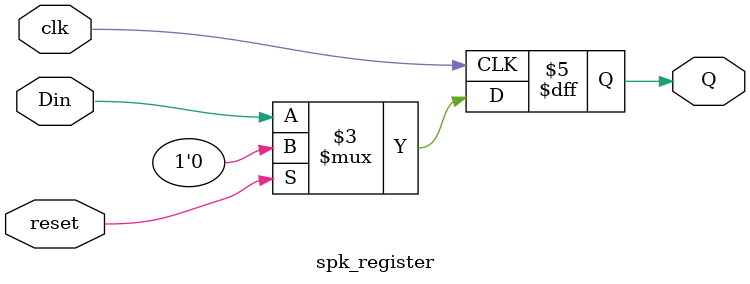
<source format=v>
`timescale 1ns / 1ps

module spk_register(input Din,input clk,input reset,output reg Q);

always@(posedge clk)
    begin
    if(reset)// operateds at clear =1
        Q<=0;
    else
        Q<=Din;
    end
endmodule

</source>
